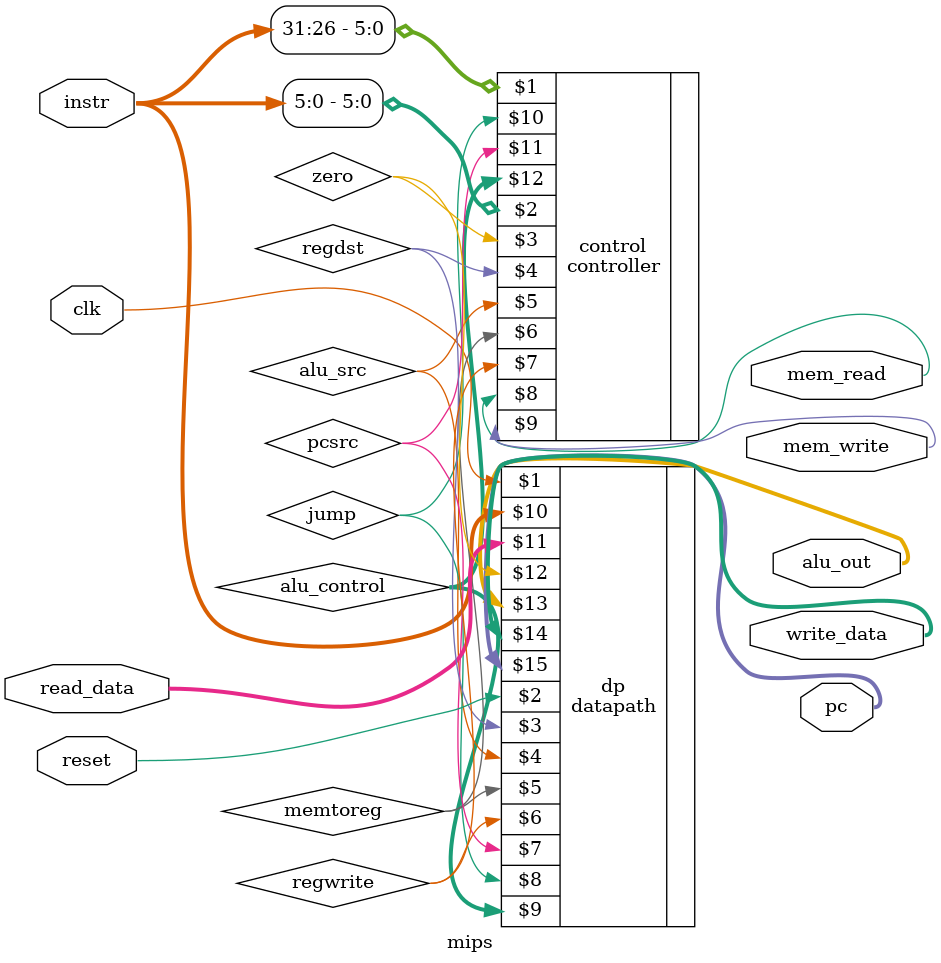
<source format=v>
module mips (input clk,reset,
	     input[31:0] instr,
	     input[31:0] read_data,
             output mem_write,mem_read,
	     output[31:0] alu_out,
             output[31:0] write_data,
	     output[31:0] pc);


wire regdst,alu_src,memtoreg,regwrite,jump,pcsrc,zero;
wire[2:0] alu_control;

controller control(instr[31:26],instr[5:0],zero,regdst,alu_src,memtoreg,regwrite,mem_read,mem_write,jump,pcsrc,alu_control);

datapath dp(clk,reset,regdst,alu_src,memtoreg,regwrite,pcsrc,jump,alu_control,instr,read_data,zero,alu_out,write_data,pc);

endmodule

</source>
